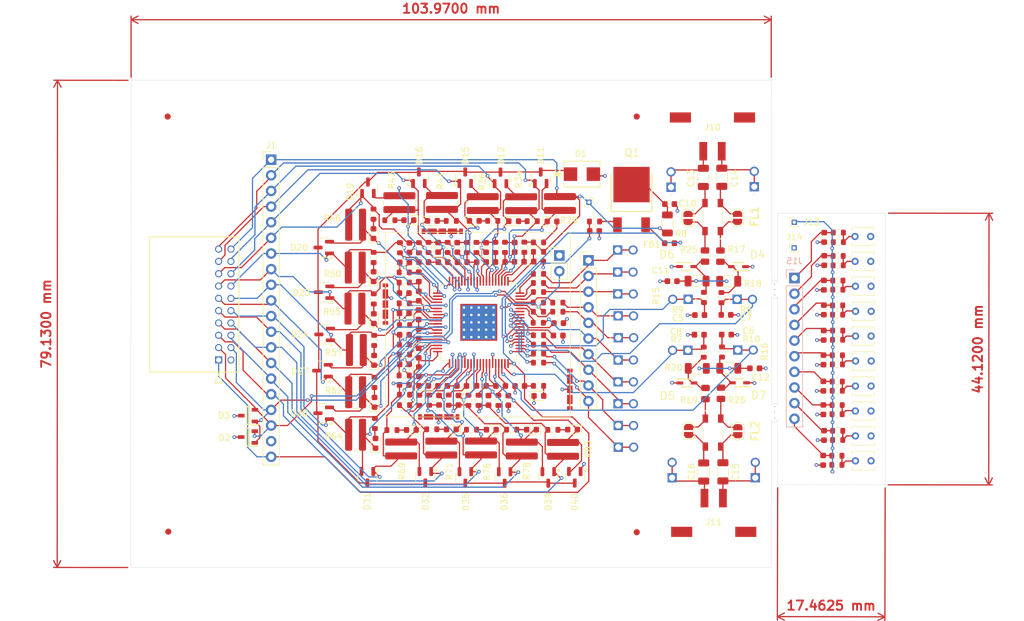
<source format=kicad_pcb>
(kicad_pcb
	(version 20240108)
	(generator "pcbnew")
	(generator_version "8.0")
	(general
		(thickness 1.6)
		(legacy_teardrops no)
	)
	(paper "A4")
	(layers
		(0 "F.Cu" signal)
		(1 "In1.Cu" signal)
		(2 "In2.Cu" signal)
		(31 "B.Cu" signal)
		(32 "B.Adhes" user "B.Adhesive")
		(33 "F.Adhes" user "F.Adhesive")
		(34 "B.Paste" user)
		(35 "F.Paste" user)
		(36 "B.SilkS" user "B.Silkscreen")
		(37 "F.SilkS" user "F.Silkscreen")
		(38 "B.Mask" user)
		(39 "F.Mask" user)
		(40 "Dwgs.User" user "User.Drawings")
		(41 "Cmts.User" user "User.Comments")
		(42 "Eco1.User" user "User.Eco1")
		(43 "Eco2.User" user "User.Eco2")
		(44 "Edge.Cuts" user)
		(45 "Margin" user)
		(46 "B.CrtYd" user "B.Courtyard")
		(47 "F.CrtYd" user "F.Courtyard")
		(48 "B.Fab" user)
		(49 "F.Fab" user)
		(50 "User.1" user)
		(51 "User.2" user)
		(52 "User.3" user)
		(53 "User.4" user)
		(54 "User.5" user)
		(55 "User.6" user)
		(56 "User.7" user)
		(57 "User.8" user)
		(58 "User.9" user)
	)
	(setup
		(stackup
			(layer "F.SilkS"
				(type "Top Silk Screen")
			)
			(layer "F.Paste"
				(type "Top Solder Paste")
			)
			(layer "F.Mask"
				(type "Top Solder Mask")
				(thickness 0.01)
			)
			(layer "F.Cu"
				(type "copper")
				(thickness 0.035)
			)
			(layer "dielectric 1"
				(type "prepreg")
				(thickness 0.1)
				(material "FR4")
				(epsilon_r 4.5)
				(loss_tangent 0.02)
			)
			(layer "In1.Cu"
				(type "copper")
				(thickness 0.035)
			)
			(layer "dielectric 2"
				(type "core")
				(thickness 1.24)
				(material "FR4")
				(epsilon_r 4.5)
				(loss_tangent 0.02)
			)
			(layer "In2.Cu"
				(type "copper")
				(thickness 0.035)
			)
			(layer "dielectric 3"
				(type "prepreg")
				(thickness 0.1)
				(material "FR4")
				(epsilon_r 4.5)
				(loss_tangent 0.02)
			)
			(layer "B.Cu"
				(type "copper")
				(thickness 0.035)
			)
			(layer "B.Mask"
				(type "Bottom Solder Mask")
				(thickness 0.01)
			)
			(layer "B.Paste"
				(type "Bottom Solder Paste")
			)
			(layer "B.SilkS"
				(type "Bottom Silk Screen")
			)
			(copper_finish "None")
			(dielectric_constraints no)
		)
		(pad_to_mask_clearance 0)
		(allow_soldermask_bridges_in_footprints no)
		(pcbplotparams
			(layerselection 0x00010fc_ffffffff)
			(plot_on_all_layers_selection 0x0000000_00000000)
			(disableapertmacros no)
			(usegerberextensions no)
			(usegerberattributes yes)
			(usegerberadvancedattributes yes)
			(creategerberjobfile yes)
			(dashed_line_dash_ratio 12.000000)
			(dashed_line_gap_ratio 3.000000)
			(svgprecision 4)
			(plotframeref no)
			(viasonmask no)
			(mode 1)
			(useauxorigin no)
			(hpglpennumber 1)
			(hpglpenspeed 20)
			(hpglpendiameter 15.000000)
			(pdf_front_fp_property_popups yes)
			(pdf_back_fp_property_popups yes)
			(dxfpolygonmode yes)
			(dxfimperialunits yes)
			(dxfusepcbnewfont yes)
			(psnegative no)
			(psa4output no)
			(plotreference yes)
			(plotvalue yes)
			(plotfptext yes)
			(plotinvisibletext no)
			(sketchpadsonfab no)
			(subtractmaskfromsilk no)
			(outputformat 1)
			(mirror no)
			(drillshape 1)
			(scaleselection 1)
			(outputdirectory "")
		)
	)
	(net 0 "")
	(net 1 "/FilterBalancingNetwork/CB")
	(net 2 "/FilterBalancingNetwork/CB:A")
	(net 3 "/FilterBalancingNetwork/CA")
	(net 4 "/Cell 15{slash}16")
	(net 5 "/FilterBalancingNetwork/SBP")
	(net 6 "/Cell 15{slash}14")
	(net 7 "/FilterBalancingNetwork/SAP")
	(net 8 "/FilterBalancingNetwork1/CB:A")
	(net 9 "/FilterBalancingNetwork1/CB")
	(net 10 "/FilterBalancingNetwork1/CA")
	(net 11 "/Cell 14{slash}13")
	(net 12 "/FilterBalancingNetwork1/SBP")
	(net 13 "/Cell 13{slash}12")
	(net 14 "/FilterBalancingNetwork1/SAP")
	(net 15 "/FilterBalancingNetwork2/CB:A")
	(net 16 "/FilterBalancingNetwork2/CB")
	(net 17 "/FilterBalancingNetwork2/CA")
	(net 18 "/Cell 12{slash}11")
	(net 19 "/FilterBalancingNetwork2/SBP")
	(net 20 "/FilterBalancingNetwork2/SAP")
	(net 21 "/Cell 11{slash}10")
	(net 22 "/FilterBalancingNetwork3/CB:A")
	(net 23 "/FilterBalancingNetwork3/CB")
	(net 24 "/FilterBalancingNetwork3/CA")
	(net 25 "/FilterBalancingNetwork3/SBP")
	(net 26 "/Cell 10{slash}9")
	(net 27 "/FilterBalancingNetwork3/SAP")
	(net 28 "/Cell 9{slash}8")
	(net 29 "/FilterBalancingNetwork4/CB:A")
	(net 30 "/FilterBalancingNetwork4/CB")
	(net 31 "/FilterBalancingNetwork4/CA")
	(net 32 "/FilterBalancingNetwork4/SBP")
	(net 33 "/Cell 8{slash}7")
	(net 34 "/Cell 7{slash}6")
	(net 35 "/FilterBalancingNetwork4/SAP")
	(net 36 "/FilterBalancingNetwork5/CB:A")
	(net 37 "/FilterBalancingNetwork5/CB")
	(net 38 "/FilterBalancingNetwork5/CA")
	(net 39 "/FilterBalancingNetwork5/SBP")
	(net 40 "/Cell 6{slash}5")
	(net 41 "/Cell 5{slash}4")
	(net 42 "/FilterBalancingNetwork5/SAP")
	(net 43 "/FilterBalancingNetwork6/CB")
	(net 44 "/FilterBalancingNetwork6/CB:A")
	(net 45 "/FilterBalancingNetwork6/CA")
	(net 46 "/FilterBalancingNetwork6/SBP")
	(net 47 "/Cell 4{slash}3")
	(net 48 "/Cell 3{slash}2")
	(net 49 "/FilterBalancingNetwork6/SAP")
	(net 50 "/FilterBalancingNetwork7/CB:A")
	(net 51 "/FilterBalancingNetwork7/CB")
	(net 52 "/FilterBalancingNetwork7/CA")
	(net 53 "/FilterBalancingNetwork7/SBP")
	(net 54 "/Cell 2{slash}1")
	(net 55 "GND")
	(net 56 "/FilterBalancingNetwork7/SAP")
	(net 57 "Net-(U1-V+)")
	(net 58 "Net-(U1-DRIVE)")
	(net 59 "Net-(U1-VREF1)")
	(net 60 "+5V")
	(net 61 "Net-(Q1-C)")
	(net 62 "Net-(U1-VREF2)")
	(net 63 "Net-(U1-IPB)")
	(net 64 "Net-(U1-CSB(IMA))")
	(net 65 "Net-(U1-IMB)")
	(net 66 "Net-(U1-SCK(IPA))")
	(net 67 "Net-(C11-Pad2)")
	(net 68 "Net-(C12-Pad2)")
	(net 69 "Net-(J10-Pin_2)")
	(net 70 "Net-(J10-Pin_1)")
	(net 71 "Net-(J11-Pin_2)")
	(net 72 "Clamp")
	(net 73 "Net-(J11-Pin_1)")
	(net 74 "Net-(D4-A2)")
	(net 75 "Net-(D5-A2)")
	(net 76 "Net-(D6-A2)")
	(net 77 "Net-(D7-A2)")
	(net 78 "Net-(D18-A)")
	(net 79 "Net-(D21-A)")
	(net 80 "Net-(D22-A)")
	(net 81 "Net-(D8-A)")
	(net 82 "Net-(D9-A)")
	(net 83 "Net-(D10-A)")
	(net 84 "Net-(D25-A)")
	(net 85 "Net-(D26-A)")
	(net 86 "Net-(D13-A)")
	(net 87 "Net-(D14-A)")
	(net 88 "Net-(D29-A)")
	(net 89 "Net-(D30-A)")
	(net 90 "Net-(D17-A)")
	(net 91 "Net-(Q1-E)")
	(net 92 "Net-(Q1-B)")
	(net 93 "VBUS")
	(net 94 "Net-(D33-A)")
	(net 95 "Net-(D34-A)")
	(net 96 "Net-(D37-A)")
	(net 97 "Net-(D38-A)")
	(net 98 "Net-(J5-Pin_2)")
	(net 99 "Net-(J5-Pin_9)")
	(net 100 "Net-(J5-Pin_8)")
	(net 101 "/TMP_SDA")
	(net 102 "Net-(J5-Pin_3)")
	(net 103 "/TMP_SCL")
	(net 104 "Net-(J5-Pin_4)")
	(net 105 "Net-(J5-Pin_10)")
	(net 106 "Net-(J5-Pin_1)")
	(net 107 "Net-(J5-Pin_5)")
	(net 108 "Net-(J5-Pin_7)")
	(net 109 "Net-(J5-Pin_6)")
	(net 110 "Net-(U1-GPIO1)")
	(net 111 "Net-(U1-GPIO2)")
	(net 112 "Net-(U1-GPIO3)")
	(net 113 "Net-(U1-GPIO6)")
	(net 114 "Net-(U1-GPIO7)")
	(net 115 "Net-(U1-GPIO8)")
	(net 116 "Net-(U1-GPIO9)")
	(net 117 "Net-(U1-GPIO10)")
	(net 118 "Net-(R87-Pad2)")
	(net 119 "/NTC/V_out_1")
	(net 120 "/NTC/V_out_5")
	(net 121 "/NTC/V_out_2")
	(net 122 "/NTC/V_out_6")
	(net 123 "/NTC/V_out_3")
	(net 124 "/NTC/V_out_7")
	(net 125 "/NTC/V_out_4")
	(net 126 "/NTC/V_out_8")
	(net 127 "/NTC/V_out_9")
	(net 128 "/NTC/V_out_10")
	(net 129 "Net-(JP4-B)")
	(net 130 "Net-(JP1-B)")
	(net 131 "Net-(JP3-B)")
	(net 132 "Net-(JP2-B)")
	(net 133 "Net-(JP4-A)")
	(net 134 "Net-(JP1-A)")
	(net 135 "Net-(JP2-A)")
	(net 136 "Net-(JP3-A)")
	(net 137 "Net-(R85-Pad2)")
	(net 138 "Net-(R86-Pad2)")
	(net 139 "Net-(R88-Pad2)")
	(net 140 "Net-(R93-Pad2)")
	(net 141 "Net-(R95-Pad2)")
	(net 142 "Net-(R94-Pad2)")
	(net 143 "Net-(R102-Pad2)")
	(net 144 "Net-(R100-Pad1)")
	(net 145 "Net-(R101-Pad2)")
	(net 146 "unconnected-(U1-NC-Pad66)")
	(net 147 "GND1")
	(net 148 "+5V_NTC")
	(footprint "Resistor_SMD:R_0603_1608Metric" (layer "F.Cu") (at 107.07 69.04 -90))
	(footprint "Resistor_SMD:R_0805_2012Metric" (layer "F.Cu") (at 160.9175 75.8475 90))
	(footprint "Capacitor_SMD:C_0603_1608Metric" (layer "F.Cu") (at 168.985 94.08 180))
	(footprint "Capacitor_SMD:C_0603_1608Metric" (layer "F.Cu") (at 180.275 72.81 -90))
	(footprint "Resistor_SMD:R_0603_1608Metric" (layer "F.Cu") (at 112.11 98.37))
	(footprint "Resistor_SMD:R_1206_3216Metric" (layer "F.Cu") (at 154.81 70.63 90))
	(footprint "Slave:5025" (layer "F.Cu") (at 146.79 96.28))
	(footprint "Resistor_SMD:R_1020_2550Metric" (layer "F.Cu") (at 118.09 107.03 90))
	(footprint "LED_SMD:LED_0603_1608Metric" (layer "F.Cu") (at 133.94 98.56))
	(footprint "Slave:SMBJ75A-13-F" (layer "F.Cu") (at 140.93 62.54))
	(footprint "Capacitor_SMD:C_0603_1608Metric" (layer "F.Cu") (at 180.225 84.59 -90))
	(footprint "Slave:5025" (layer "F.Cu") (at 158.1775 82.8675 180))
	(footprint "Capacitor_SMD:C_0603_1608Metric" (layer "F.Cu") (at 124.61 76.83 180))
	(footprint "Resistor_SMD:R_0603_1608Metric" (layer "F.Cu") (at 119.12 74.44 -90))
	(footprint "Resistor_SMD:R_1020_2550Metric" (layer "F.Cu") (at 111.57 107.18 90))
	(footprint "Slave:5025" (layer "F.Cu") (at 146.81 103.37))
	(footprint "Slave:5025" (layer "F.Cu") (at 146.76 82))
	(footprint "Package_TO_SOT_SMD:SOT-23" (layer "F.Cu") (at 127.7 63.15 90))
	(footprint "Resistor_SMD:R_0603_1608Metric" (layer "F.Cu") (at 182.575 72.03 180))
	(footprint "Resistor_SMD:R_0603_1608Metric" (layer "F.Cu") (at 112.12 87.05))
	(footprint "Slave:NTCLE203E3103JB0" (layer "F.Cu") (at 185.285 72.67))
	(footprint "Resistor_SMD:R_0603_1608Metric" (layer "F.Cu") (at 160.715 91.45 -90))
	(footprint "Package_TO_SOT_SMD:SOT-23" (layer "F.Cu") (at 139.76 111.78 -90))
	(footprint "Resistor_SMD:R_0603_1608Metric" (layer "F.Cu") (at 133.87 88.71))
	(footprint "LED_SMD:LED_0603_1608Metric" (layer "F.Cu") (at 139.402501 104.029999 180))
	(footprint "Jumper:SolderJumper-2_P1.3mm_Open_RoundedPad1.0x1.5mm" (layer "F.Cu") (at 158.255 104.26 -90))
	(footprint "Resistor_SMD:R_0603_1608Metric" (layer "F.Cu") (at 107.12 82.8 -90))
	(footprint "Resistor_SMD:R_0603_1608Metric" (layer "F.Cu") (at 133.87 78.74))
	(footprint "Inductor_SMD:L_0603_1608Metric" (layer "F.Cu") (at 155.16 73.76))
	(footprint "LED_SMD:LED_0603_1608Metric" (layer "F.Cu") (at 107.4 106.26 90))
	(footprint "Package_TO_SOT_SMD:SOT-23" (layer "F.Cu") (at 114.45 63.12 90))
	(footprint "Capacitor_SMD:C_0603_1608Metric" (layer "F.Cu") (at 121.49 76.84 180))
	(footprint "Resistor_SMD:R_0603_1608Metric" (layer "F.Cu") (at 107.09 76.07 -90))
	(footprint "Capacitor_SMD:C_1206_3216Metric" (layer "F.Cu") (at 160.705 110.92 -90))
	(footprint "Resistor_SMD:R_0603_1608Metric" (layer "F.Cu") (at 132.85 70.18 180))
	(footprint "Slave:MJD31CAJ" (layer "F.Cu") (at 148.98 66.66))
	(footprint "Capacitor_SMD:C_0603_1608Metric" (layer "F.Cu") (at 164.3275 85.3975))
	(footprint "Slave:NTCLE203E3103JB0" (layer "F.Cu") (at 185.37 92.89))
	(footprint "Resistor_SMD:R_0603_1608Metric" (layer "F.Cu") (at 123 104.04))
	(footprint "Capacitor_SMD:C_1206_3216Metric"
		(layer "F.Cu")
		(uuid "2e4eec28-ece9-4c8e-90eb-4f23ef96c780")
		(at 163.6475 63.0475 -90)
		(descr "Capacitor SMD 1206 (3216 Metric), square (rectangular) end terminal, IPC_7351 nominal, (Body size source: IPC-SM-782 page 76, https://www.pcb-3d.com/wordpress/wp-content/uploads/ipc-sm-782a_amendment_1_and_2.pdf), generated with kicad-footprint-generator")
		(tags "capacitor")
		(p
... [2164585 chars truncated]
</source>
